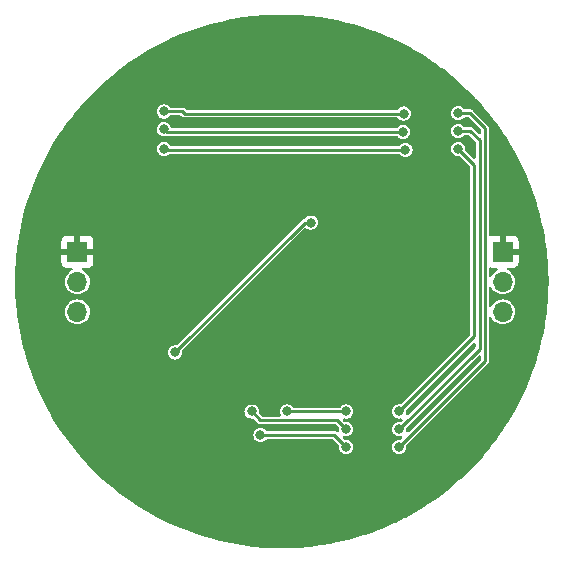
<source format=gbl>
G04 #@! TF.GenerationSoftware,KiCad,Pcbnew,7.0.8*
G04 #@! TF.CreationDate,2023-12-04T02:09:38-07:00*
G04 #@! TF.ProjectId,Lit,4c69742e-6b69-4636-9164-5f7063625858,rev?*
G04 #@! TF.SameCoordinates,Original*
G04 #@! TF.FileFunction,Copper,L2,Bot*
G04 #@! TF.FilePolarity,Positive*
%FSLAX46Y46*%
G04 Gerber Fmt 4.6, Leading zero omitted, Abs format (unit mm)*
G04 Created by KiCad (PCBNEW 7.0.8) date 2023-12-04 02:09:38*
%MOMM*%
%LPD*%
G01*
G04 APERTURE LIST*
G04 #@! TA.AperFunction,ComponentPad*
%ADD10R,1.700000X1.700000*%
G04 #@! TD*
G04 #@! TA.AperFunction,ComponentPad*
%ADD11O,1.700000X1.700000*%
G04 #@! TD*
G04 #@! TA.AperFunction,ViaPad*
%ADD12C,0.800000*%
G04 #@! TD*
G04 #@! TA.AperFunction,Conductor*
%ADD13C,0.250000*%
G04 #@! TD*
G04 APERTURE END LIST*
D10*
X120000000Y-91475000D03*
D11*
X120000000Y-94015000D03*
X120000000Y-96555000D03*
D10*
X156000000Y-91475000D03*
D11*
X156000000Y-94015000D03*
X156000000Y-96555000D03*
D12*
X142750000Y-108000000D03*
X135500000Y-107000000D03*
X142750000Y-105000000D03*
X142750000Y-106500000D03*
X137750000Y-105000000D03*
X134750000Y-105000000D03*
X139750000Y-89000000D03*
X128250000Y-100000000D03*
X147250000Y-108000000D03*
X147250000Y-106500000D03*
X147250000Y-105000000D03*
X152250000Y-82750000D03*
X152250000Y-81250000D03*
X152250000Y-79750000D03*
X127325000Y-82750000D03*
X127325000Y-81100000D03*
X127325000Y-79600000D03*
X147625000Y-79775000D03*
X147575000Y-81325000D03*
X147775000Y-82850000D03*
D13*
X135500000Y-107000000D02*
X141750000Y-107000000D01*
X141750000Y-107000000D02*
X142750000Y-108000000D01*
X142000000Y-105750000D02*
X142750000Y-106500000D01*
X135500000Y-105750000D02*
X142000000Y-105750000D01*
X134750000Y-105000000D02*
X135500000Y-105750000D01*
X137750000Y-105000000D02*
X142750000Y-105000000D01*
X128250000Y-100000000D02*
X139250000Y-89000000D01*
X139250000Y-89000000D02*
X139750000Y-89000000D01*
X127425000Y-82850000D02*
X127325000Y-82750000D01*
X147775000Y-82850000D02*
X127425000Y-82850000D01*
X127550000Y-81325000D02*
X127325000Y-81100000D01*
X147575000Y-81325000D02*
X127550000Y-81325000D01*
X128899695Y-79600000D02*
X127325000Y-79600000D01*
X129074695Y-79775000D02*
X128899695Y-79600000D01*
X147625000Y-79775000D02*
X129074695Y-79775000D01*
X153600000Y-84100000D02*
X152250000Y-82750000D01*
X153600000Y-98650000D02*
X153600000Y-84100000D01*
X147250000Y-105000000D02*
X153600000Y-98650000D01*
X153250000Y-81250000D02*
X152250000Y-81250000D01*
X154050000Y-82050000D02*
X153250000Y-81250000D01*
X154050000Y-99700000D02*
X154050000Y-82050000D01*
X147250000Y-106500000D02*
X154050000Y-99700000D01*
X153250000Y-79750000D02*
X152250000Y-79750000D01*
X154500000Y-100750000D02*
X154500000Y-81000000D01*
X147250000Y-108000000D02*
X154500000Y-100750000D01*
X154500000Y-81000000D02*
X153250000Y-79750000D01*
G04 #@! TA.AperFunction,Conductor*
G36*
X137799785Y-71394574D02*
G01*
X138641327Y-71429845D01*
X138747446Y-71435444D01*
X139580694Y-71505413D01*
X139692548Y-71516058D01*
X140516532Y-71620151D01*
X140633424Y-71636273D01*
X141446958Y-71773872D01*
X141568368Y-71795866D01*
X142370552Y-71966375D01*
X142495807Y-71994567D01*
X143285488Y-72197323D01*
X143414057Y-72232015D01*
X144190270Y-72466367D01*
X144321508Y-72507789D01*
X145083297Y-72773072D01*
X145216543Y-72821393D01*
X145962902Y-73116897D01*
X146097638Y-73172292D01*
X146827488Y-73497242D01*
X146917268Y-73538660D01*
X146963207Y-73559853D01*
X147675648Y-73913512D01*
X147811708Y-73983381D01*
X148130482Y-74158628D01*
X148505780Y-74364949D01*
X148539851Y-74384302D01*
X148641704Y-74442158D01*
X149316472Y-74850811D01*
X149451663Y-74935332D01*
X150106295Y-75370269D01*
X150240195Y-75462054D01*
X150821499Y-75884396D01*
X150873785Y-75922384D01*
X151005928Y-76021404D01*
X151617646Y-76506246D01*
X151747448Y-76612343D01*
X152336467Y-77120770D01*
X152463542Y-77233901D01*
X153029072Y-77764969D01*
X153152887Y-77884930D01*
X153694170Y-78437670D01*
X153759944Y-78507004D01*
X153814283Y-78564285D01*
X154274549Y-79075463D01*
X154330601Y-79137715D01*
X154446586Y-79270794D01*
X154937253Y-79863909D01*
X155048648Y-80003163D01*
X155483048Y-80575464D01*
X155512993Y-80614914D01*
X155617778Y-80757867D01*
X155619439Y-80760132D01*
X155959905Y-81249998D01*
X156056856Y-81389493D01*
X156157957Y-81540371D01*
X156354159Y-81849536D01*
X156554330Y-82164955D01*
X156567841Y-82186244D01*
X156663242Y-82342481D01*
X157045014Y-83003726D01*
X157134435Y-83165090D01*
X157487585Y-83840605D01*
X157570666Y-84006679D01*
X157894730Y-84695350D01*
X157971196Y-84865804D01*
X158265750Y-85566519D01*
X158335309Y-85740917D01*
X158599952Y-86452521D01*
X158662385Y-86630513D01*
X158896748Y-87351807D01*
X158951850Y-87533025D01*
X159155599Y-88262772D01*
X159203198Y-88446866D01*
X159376068Y-89183905D01*
X159415975Y-89370362D01*
X159557740Y-90113520D01*
X159589827Y-90301944D01*
X159700285Y-91049957D01*
X159724453Y-91239982D01*
X159803455Y-91991632D01*
X159819613Y-92182765D01*
X159867058Y-92936897D01*
X159875149Y-93128635D01*
X159892983Y-93980000D01*
X159875149Y-94831364D01*
X159867058Y-95023102D01*
X159819613Y-95777234D01*
X159803455Y-95968367D01*
X159724453Y-96720017D01*
X159700285Y-96910042D01*
X159589827Y-97658055D01*
X159557740Y-97846479D01*
X159415975Y-98589637D01*
X159376068Y-98776094D01*
X159203198Y-99513133D01*
X159155599Y-99697227D01*
X158951850Y-100426974D01*
X158896748Y-100608192D01*
X158662385Y-101329486D01*
X158599952Y-101507478D01*
X158335309Y-102219082D01*
X158265750Y-102393480D01*
X157971196Y-103094195D01*
X157894730Y-103264649D01*
X157570666Y-103953320D01*
X157487585Y-104119394D01*
X157134435Y-104794909D01*
X157045014Y-104956273D01*
X156663242Y-105617518D01*
X156567841Y-105773755D01*
X156157957Y-106419628D01*
X156056856Y-106570506D01*
X155619447Y-107199856D01*
X155513002Y-107345073D01*
X155048648Y-107956836D01*
X154937253Y-108096090D01*
X154446586Y-108689205D01*
X154330601Y-108822284D01*
X153814293Y-109395703D01*
X153694170Y-109522329D01*
X153152887Y-110075069D01*
X153029072Y-110195030D01*
X152463542Y-110726098D01*
X152336481Y-110839218D01*
X151747448Y-111347656D01*
X151617646Y-111453753D01*
X151005912Y-111938608D01*
X150873785Y-112037615D01*
X150240194Y-112497947D01*
X150106294Y-112589731D01*
X149451663Y-113024667D01*
X149316472Y-113109188D01*
X148641704Y-113517841D01*
X148505774Y-113595053D01*
X147811708Y-113976618D01*
X147675648Y-114046487D01*
X146963207Y-114400146D01*
X146827475Y-114462763D01*
X146097646Y-114787704D01*
X145962854Y-114843121D01*
X145216553Y-115138602D01*
X145169350Y-115155721D01*
X145083299Y-115186926D01*
X144321527Y-115452204D01*
X144190240Y-115493641D01*
X143414063Y-115727982D01*
X143285493Y-115762675D01*
X142495809Y-115965431D01*
X142370527Y-115993629D01*
X141568392Y-116164128D01*
X141446964Y-116186126D01*
X140633424Y-116323726D01*
X140516465Y-116339857D01*
X139692573Y-116443938D01*
X139580667Y-116454588D01*
X138747463Y-116524554D01*
X138641279Y-116530156D01*
X137799802Y-116565424D01*
X137699889Y-116566478D01*
X136851233Y-116566478D01*
X136758222Y-116563535D01*
X135903457Y-116527710D01*
X135817859Y-116521382D01*
X134958139Y-116449189D01*
X134880507Y-116440146D01*
X134016921Y-116331050D01*
X133947897Y-116320043D01*
X133081462Y-116173496D01*
X133021676Y-116161358D01*
X132153443Y-115976810D01*
X132147899Y-115975439D01*
X132103400Y-115964431D01*
X131234483Y-115741332D01*
X131211837Y-115734706D01*
X131194655Y-115729679D01*
X130326208Y-115467479D01*
X130297260Y-115457667D01*
X129430192Y-115155721D01*
X129412724Y-115148966D01*
X128548068Y-114806625D01*
X128542451Y-114804176D01*
X127682586Y-114421340D01*
X126835029Y-114000609D01*
X126005834Y-113544755D01*
X125196455Y-113054578D01*
X124408313Y-112530937D01*
X123642790Y-111974752D01*
X122901229Y-111386998D01*
X122184931Y-110768707D01*
X121495153Y-110120962D01*
X120833104Y-109444900D01*
X120199947Y-108741708D01*
X119596792Y-108012618D01*
X119024697Y-107258911D01*
X118484666Y-106481908D01*
X117977646Y-105682972D01*
X117583332Y-105000001D01*
X134144318Y-105000001D01*
X134164955Y-105156760D01*
X134164956Y-105156762D01*
X134225464Y-105302841D01*
X134321718Y-105428282D01*
X134447159Y-105524536D01*
X134593238Y-105585044D01*
X134621548Y-105588771D01*
X134749999Y-105605682D01*
X134750000Y-105605682D01*
X134750001Y-105605682D01*
X134805856Y-105598328D01*
X134817818Y-105596753D01*
X134886853Y-105607518D01*
X134921684Y-105632010D01*
X135157661Y-105867988D01*
X135257868Y-105968195D01*
X135261523Y-105972184D01*
X135287541Y-106003190D01*
X135287543Y-106003191D01*
X135287545Y-106003194D01*
X135322605Y-106023435D01*
X135327159Y-106026337D01*
X135360316Y-106049554D01*
X135360319Y-106049554D01*
X135365176Y-106051820D01*
X135381933Y-106058760D01*
X135386953Y-106060587D01*
X135386955Y-106060588D01*
X135426830Y-106067618D01*
X135432087Y-106068784D01*
X135471193Y-106079263D01*
X135511510Y-106075735D01*
X135516912Y-106075500D01*
X141813812Y-106075500D01*
X141880851Y-106095185D01*
X141901493Y-106111819D01*
X142117988Y-106328314D01*
X142151473Y-106389637D01*
X142153246Y-106432179D01*
X142144318Y-106499997D01*
X142144318Y-106500001D01*
X142161810Y-106632871D01*
X142151044Y-106701907D01*
X142104664Y-106754162D01*
X142037395Y-106773047D01*
X141970594Y-106752566D01*
X141964287Y-106747864D01*
X141927392Y-106726561D01*
X141922831Y-106723655D01*
X141909687Y-106714452D01*
X141889684Y-106700446D01*
X141889681Y-106700445D01*
X141884861Y-106698197D01*
X141868055Y-106691235D01*
X141863043Y-106689411D01*
X141823190Y-106682383D01*
X141817910Y-106681212D01*
X141778808Y-106670735D01*
X141743892Y-106673790D01*
X141738481Y-106674264D01*
X141733078Y-106674500D01*
X136068299Y-106674500D01*
X136001260Y-106654815D01*
X135969923Y-106625986D01*
X135928283Y-106571719D01*
X135834818Y-106500001D01*
X135802841Y-106475464D01*
X135656762Y-106414956D01*
X135656760Y-106414955D01*
X135500001Y-106394318D01*
X135499999Y-106394318D01*
X135343239Y-106414955D01*
X135343237Y-106414956D01*
X135197160Y-106475463D01*
X135071718Y-106571718D01*
X134975463Y-106697160D01*
X134914956Y-106843237D01*
X134914955Y-106843239D01*
X134894318Y-106999998D01*
X134894318Y-107000001D01*
X134914955Y-107156760D01*
X134914956Y-107156762D01*
X134973534Y-107298183D01*
X134975464Y-107302841D01*
X135071718Y-107428282D01*
X135197159Y-107524536D01*
X135343238Y-107585044D01*
X135421619Y-107595363D01*
X135499999Y-107605682D01*
X135500000Y-107605682D01*
X135500001Y-107605682D01*
X135552254Y-107598802D01*
X135656762Y-107585044D01*
X135802841Y-107524536D01*
X135928282Y-107428282D01*
X135969923Y-107374013D01*
X136026351Y-107332811D01*
X136068299Y-107325500D01*
X141563812Y-107325500D01*
X141630851Y-107345185D01*
X141651493Y-107361819D01*
X142117988Y-107828314D01*
X142151473Y-107889637D01*
X142153246Y-107932179D01*
X142144318Y-107999997D01*
X142144318Y-108000001D01*
X142164955Y-108156760D01*
X142164956Y-108156762D01*
X142225464Y-108302841D01*
X142321718Y-108428282D01*
X142447159Y-108524536D01*
X142593238Y-108585044D01*
X142671619Y-108595363D01*
X142749999Y-108605682D01*
X142750000Y-108605682D01*
X142750001Y-108605682D01*
X142802254Y-108598802D01*
X142906762Y-108585044D01*
X143052841Y-108524536D01*
X143178282Y-108428282D01*
X143274536Y-108302841D01*
X143335044Y-108156762D01*
X143355682Y-108000001D01*
X146644318Y-108000001D01*
X146664955Y-108156760D01*
X146664956Y-108156762D01*
X146725464Y-108302841D01*
X146821718Y-108428282D01*
X146947159Y-108524536D01*
X147093238Y-108585044D01*
X147171619Y-108595363D01*
X147249999Y-108605682D01*
X147250000Y-108605682D01*
X147250001Y-108605682D01*
X147302254Y-108598802D01*
X147406762Y-108585044D01*
X147552841Y-108524536D01*
X147678282Y-108428282D01*
X147774536Y-108302841D01*
X147835044Y-108156762D01*
X147855682Y-108000000D01*
X147846753Y-107932179D01*
X147857518Y-107863145D01*
X147882008Y-107828316D01*
X154718210Y-100992115D01*
X154722172Y-100988484D01*
X154753194Y-100962455D01*
X154773444Y-100927379D01*
X154776328Y-100922852D01*
X154799554Y-100889684D01*
X154799554Y-100889681D01*
X154801819Y-100884824D01*
X154808747Y-100868099D01*
X154810587Y-100863046D01*
X154810588Y-100863045D01*
X154817621Y-100823150D01*
X154818777Y-100817937D01*
X154829263Y-100778807D01*
X154825735Y-100738489D01*
X154825500Y-100733086D01*
X154825500Y-97081185D01*
X154845185Y-97014146D01*
X154897989Y-96968391D01*
X154967147Y-96958447D01*
X155030703Y-96987472D01*
X155058857Y-97022730D01*
X155122315Y-97141450D01*
X155122317Y-97141452D01*
X155253589Y-97301410D01*
X155350209Y-97380702D01*
X155413550Y-97432685D01*
X155596046Y-97530232D01*
X155794066Y-97590300D01*
X155794065Y-97590300D01*
X155812529Y-97592118D01*
X156000000Y-97610583D01*
X156205934Y-97590300D01*
X156403954Y-97530232D01*
X156586450Y-97432685D01*
X156746410Y-97301410D01*
X156877685Y-97141450D01*
X156975232Y-96958954D01*
X157035300Y-96760934D01*
X157055583Y-96555000D01*
X157035300Y-96349066D01*
X156975232Y-96151046D01*
X156877685Y-95968550D01*
X156797547Y-95870901D01*
X156746410Y-95808589D01*
X156586452Y-95677317D01*
X156586453Y-95677317D01*
X156586450Y-95677315D01*
X156403954Y-95579768D01*
X156205934Y-95519700D01*
X156205932Y-95519699D01*
X156205934Y-95519699D01*
X156000000Y-95499417D01*
X155794067Y-95519699D01*
X155596043Y-95579769D01*
X155485898Y-95638643D01*
X155413550Y-95677315D01*
X155413548Y-95677316D01*
X155413547Y-95677317D01*
X155253589Y-95808589D01*
X155122317Y-95968547D01*
X155058858Y-96087268D01*
X155009895Y-96137112D01*
X154941757Y-96152572D01*
X154876078Y-96128740D01*
X154833709Y-96073182D01*
X154825500Y-96028814D01*
X154825500Y-94541185D01*
X154845185Y-94474146D01*
X154897989Y-94428391D01*
X154967147Y-94418447D01*
X155030703Y-94447472D01*
X155058857Y-94482730D01*
X155122315Y-94601450D01*
X155122317Y-94601452D01*
X155253589Y-94761410D01*
X155338830Y-94831364D01*
X155413550Y-94892685D01*
X155596046Y-94990232D01*
X155794066Y-95050300D01*
X155794065Y-95050300D01*
X155812529Y-95052118D01*
X156000000Y-95070583D01*
X156205934Y-95050300D01*
X156403954Y-94990232D01*
X156586450Y-94892685D01*
X156746410Y-94761410D01*
X156877685Y-94601450D01*
X156975232Y-94418954D01*
X157035300Y-94220934D01*
X157055583Y-94015000D01*
X157035300Y-93809066D01*
X156975232Y-93611046D01*
X156877685Y-93428550D01*
X156825702Y-93365209D01*
X156746410Y-93268589D01*
X156586452Y-93137317D01*
X156586453Y-93137317D01*
X156586450Y-93137315D01*
X156438732Y-93058357D01*
X156388889Y-93009395D01*
X156373429Y-92941257D01*
X156397261Y-92875578D01*
X156452819Y-92833209D01*
X156497187Y-92825000D01*
X156897828Y-92825000D01*
X156897844Y-92824999D01*
X156957372Y-92818598D01*
X156957379Y-92818596D01*
X157092086Y-92768354D01*
X157092093Y-92768350D01*
X157207187Y-92682190D01*
X157207190Y-92682187D01*
X157293350Y-92567093D01*
X157293354Y-92567086D01*
X157343596Y-92432379D01*
X157343598Y-92432372D01*
X157349999Y-92372844D01*
X157350000Y-92372827D01*
X157350000Y-91725000D01*
X156433686Y-91725000D01*
X156459493Y-91684844D01*
X156500000Y-91546889D01*
X156500000Y-91403111D01*
X156459493Y-91265156D01*
X156433686Y-91225000D01*
X157350000Y-91225000D01*
X157350000Y-90577172D01*
X157349999Y-90577155D01*
X157343598Y-90517627D01*
X157343596Y-90517620D01*
X157293354Y-90382913D01*
X157293350Y-90382906D01*
X157207190Y-90267812D01*
X157207187Y-90267809D01*
X157092093Y-90181649D01*
X157092086Y-90181645D01*
X156957379Y-90131403D01*
X156957372Y-90131401D01*
X156897844Y-90125000D01*
X156250000Y-90125000D01*
X156250000Y-91039498D01*
X156142315Y-90990320D01*
X156035763Y-90975000D01*
X155964237Y-90975000D01*
X155857685Y-90990320D01*
X155750000Y-91039498D01*
X155750000Y-90125000D01*
X155102155Y-90125000D01*
X155042627Y-90131401D01*
X155042616Y-90131404D01*
X154992832Y-90149972D01*
X154923140Y-90154956D01*
X154861818Y-90121470D01*
X154828333Y-90060146D01*
X154825500Y-90033790D01*
X154825500Y-81016920D01*
X154825736Y-81011513D01*
X154829264Y-80971193D01*
X154823849Y-80950986D01*
X154818782Y-80932076D01*
X154817616Y-80926818D01*
X154810588Y-80886955D01*
X154810586Y-80886952D01*
X154810586Y-80886950D01*
X154808760Y-80881933D01*
X154801820Y-80865176D01*
X154799554Y-80860319D01*
X154799554Y-80860316D01*
X154776339Y-80827162D01*
X154773433Y-80822599D01*
X154753196Y-80787548D01*
X154753195Y-80787547D01*
X154753194Y-80787545D01*
X154722177Y-80761518D01*
X154718193Y-80757867D01*
X154109340Y-80149014D01*
X153492119Y-79531793D01*
X153488474Y-79527814D01*
X153462456Y-79496807D01*
X153462455Y-79496806D01*
X153451058Y-79490226D01*
X153427392Y-79476561D01*
X153422831Y-79473655D01*
X153409687Y-79464452D01*
X153389684Y-79450446D01*
X153389681Y-79450445D01*
X153384861Y-79448197D01*
X153368055Y-79441235D01*
X153363043Y-79439411D01*
X153323190Y-79432383D01*
X153317910Y-79431212D01*
X153278808Y-79420735D01*
X153243892Y-79423790D01*
X153238481Y-79424264D01*
X153233078Y-79424500D01*
X152818299Y-79424500D01*
X152751260Y-79404815D01*
X152719923Y-79375986D01*
X152678283Y-79321719D01*
X152678282Y-79321718D01*
X152552841Y-79225464D01*
X152535526Y-79218292D01*
X152406762Y-79164956D01*
X152406760Y-79164955D01*
X152250001Y-79144318D01*
X152249999Y-79144318D01*
X152093239Y-79164955D01*
X152093237Y-79164956D01*
X151947160Y-79225463D01*
X151821718Y-79321718D01*
X151725463Y-79447160D01*
X151664956Y-79593237D01*
X151664955Y-79593239D01*
X151644318Y-79749998D01*
X151644318Y-79750001D01*
X151664955Y-79906760D01*
X151664956Y-79906762D01*
X151715253Y-80028191D01*
X151725464Y-80052841D01*
X151821718Y-80178282D01*
X151947159Y-80274536D01*
X152093238Y-80335044D01*
X152171619Y-80345363D01*
X152249999Y-80355682D01*
X152250000Y-80355682D01*
X152250001Y-80355682D01*
X152302254Y-80348802D01*
X152406762Y-80335044D01*
X152552841Y-80274536D01*
X152678282Y-80178282D01*
X152719923Y-80124013D01*
X152776351Y-80082811D01*
X152818299Y-80075500D01*
X153063812Y-80075500D01*
X153130851Y-80095185D01*
X153151493Y-80111819D01*
X154138181Y-81098507D01*
X154171666Y-81159830D01*
X154174500Y-81186188D01*
X154174500Y-81414812D01*
X154154815Y-81481851D01*
X154102011Y-81527606D01*
X154032853Y-81537550D01*
X153969297Y-81508525D01*
X153962819Y-81502493D01*
X153785324Y-81324998D01*
X153492119Y-81031793D01*
X153488474Y-81027814D01*
X153462456Y-80996807D01*
X153462455Y-80996806D01*
X153451058Y-80990226D01*
X153427392Y-80976561D01*
X153422831Y-80973655D01*
X153409687Y-80964452D01*
X153389684Y-80950446D01*
X153389681Y-80950445D01*
X153384861Y-80948197D01*
X153368055Y-80941235D01*
X153363043Y-80939411D01*
X153323190Y-80932383D01*
X153317910Y-80931212D01*
X153278808Y-80920735D01*
X153243892Y-80923790D01*
X153238481Y-80924264D01*
X153233078Y-80924500D01*
X152818299Y-80924500D01*
X152751260Y-80904815D01*
X152719923Y-80875986D01*
X152678283Y-80821719D01*
X152650583Y-80800464D01*
X152552841Y-80725464D01*
X152538003Y-80719318D01*
X152406762Y-80664956D01*
X152406760Y-80664955D01*
X152250001Y-80644318D01*
X152249999Y-80644318D01*
X152093239Y-80664955D01*
X152093237Y-80664956D01*
X151947160Y-80725463D01*
X151821718Y-80821718D01*
X151725463Y-80947160D01*
X151664956Y-81093237D01*
X151664955Y-81093239D01*
X151644318Y-81249998D01*
X151644318Y-81250001D01*
X151664955Y-81406760D01*
X151664956Y-81406762D01*
X151725464Y-81552841D01*
X151821718Y-81678282D01*
X151947159Y-81774536D01*
X152093238Y-81835044D01*
X152171619Y-81845363D01*
X152249999Y-81855682D01*
X152250000Y-81855682D01*
X152250001Y-81855682D01*
X152302254Y-81848802D01*
X152406762Y-81835044D01*
X152552841Y-81774536D01*
X152678282Y-81678282D01*
X152719923Y-81624013D01*
X152776351Y-81582811D01*
X152818299Y-81575500D01*
X153063812Y-81575500D01*
X153130851Y-81595185D01*
X153151493Y-81611819D01*
X153688181Y-82148507D01*
X153721666Y-82209830D01*
X153724500Y-82236188D01*
X153724500Y-83464811D01*
X153704815Y-83531850D01*
X153652011Y-83577605D01*
X153582853Y-83587549D01*
X153519297Y-83558524D01*
X153512819Y-83552492D01*
X152882011Y-82921685D01*
X152848526Y-82860362D01*
X152846753Y-82817818D01*
X152855682Y-82750000D01*
X152855682Y-82749998D01*
X152835044Y-82593239D01*
X152835044Y-82593238D01*
X152774536Y-82447159D01*
X152678282Y-82321718D01*
X152552841Y-82225464D01*
X152515097Y-82209830D01*
X152406762Y-82164956D01*
X152406760Y-82164955D01*
X152250001Y-82144318D01*
X152249999Y-82144318D01*
X152093239Y-82164955D01*
X152093237Y-82164956D01*
X151947160Y-82225463D01*
X151821718Y-82321718D01*
X151725463Y-82447160D01*
X151664956Y-82593237D01*
X151664955Y-82593239D01*
X151644318Y-82749998D01*
X151644318Y-82750001D01*
X151664955Y-82906760D01*
X151664956Y-82906762D01*
X151706376Y-83006760D01*
X151725464Y-83052841D01*
X151821718Y-83178282D01*
X151947159Y-83274536D01*
X152093238Y-83335044D01*
X152121548Y-83338771D01*
X152249999Y-83355682D01*
X152250000Y-83355682D01*
X152250001Y-83355682D01*
X152285708Y-83350980D01*
X152317818Y-83346753D01*
X152386853Y-83357518D01*
X152421685Y-83382011D01*
X153238181Y-84198507D01*
X153271666Y-84259830D01*
X153274500Y-84286188D01*
X153274500Y-98463811D01*
X153254815Y-98530850D01*
X153238181Y-98551492D01*
X147421684Y-104367988D01*
X147360361Y-104401473D01*
X147317818Y-104403246D01*
X147250001Y-104394318D01*
X147249999Y-104394318D01*
X147093239Y-104414955D01*
X147093237Y-104414956D01*
X146947160Y-104475463D01*
X146821718Y-104571718D01*
X146725463Y-104697160D01*
X146664956Y-104843237D01*
X146664955Y-104843239D01*
X146644318Y-104999998D01*
X146644318Y-105000001D01*
X146664955Y-105156760D01*
X146664956Y-105156762D01*
X146725464Y-105302841D01*
X146821718Y-105428282D01*
X146947159Y-105524536D01*
X147093238Y-105585044D01*
X147121548Y-105588771D01*
X147249999Y-105605682D01*
X147250000Y-105605682D01*
X147387624Y-105587563D01*
X147456657Y-105598328D01*
X147508913Y-105644708D01*
X147527799Y-105711977D01*
X147507319Y-105778778D01*
X147491489Y-105798183D01*
X147421684Y-105867988D01*
X147360361Y-105901473D01*
X147317818Y-105903246D01*
X147250001Y-105894318D01*
X147249999Y-105894318D01*
X147093239Y-105914955D01*
X147093237Y-105914956D01*
X146947160Y-105975463D01*
X146821718Y-106071718D01*
X146725463Y-106197160D01*
X146664956Y-106343237D01*
X146664955Y-106343239D01*
X146644318Y-106499998D01*
X146644318Y-106500001D01*
X146664955Y-106656760D01*
X146664956Y-106656762D01*
X146702253Y-106746806D01*
X146725464Y-106802841D01*
X146821718Y-106928282D01*
X146947159Y-107024536D01*
X147093238Y-107085044D01*
X147171619Y-107095363D01*
X147249999Y-107105682D01*
X147250000Y-107105682D01*
X147387624Y-107087563D01*
X147456657Y-107098328D01*
X147508913Y-107144708D01*
X147527799Y-107211977D01*
X147507319Y-107278778D01*
X147491489Y-107298183D01*
X147421684Y-107367988D01*
X147360361Y-107401473D01*
X147317818Y-107403246D01*
X147250001Y-107394318D01*
X147249999Y-107394318D01*
X147093239Y-107414955D01*
X147093237Y-107414956D01*
X146947160Y-107475463D01*
X146821718Y-107571718D01*
X146725463Y-107697160D01*
X146664956Y-107843237D01*
X146664955Y-107843239D01*
X146644318Y-107999998D01*
X146644318Y-108000001D01*
X143355682Y-108000001D01*
X143355682Y-108000000D01*
X143349999Y-107956836D01*
X143341923Y-107895492D01*
X143335044Y-107843238D01*
X143274536Y-107697159D01*
X143178282Y-107571718D01*
X143052841Y-107475464D01*
X142906762Y-107414956D01*
X142906760Y-107414955D01*
X142750001Y-107394318D01*
X142749997Y-107394318D01*
X142682179Y-107403246D01*
X142613144Y-107392480D01*
X142578314Y-107367988D01*
X142508509Y-107298183D01*
X142475024Y-107236860D01*
X142480008Y-107167168D01*
X142521880Y-107111235D01*
X142587344Y-107086818D01*
X142612370Y-107087562D01*
X142750000Y-107105682D01*
X142750001Y-107105682D01*
X142805859Y-107098328D01*
X142906762Y-107085044D01*
X143052841Y-107024536D01*
X143178282Y-106928282D01*
X143274536Y-106802841D01*
X143335044Y-106656762D01*
X143355682Y-106500000D01*
X143335044Y-106343238D01*
X143274536Y-106197159D01*
X143178282Y-106071718D01*
X143052841Y-105975464D01*
X143044922Y-105972184D01*
X142906762Y-105914956D01*
X142906760Y-105914955D01*
X142750001Y-105894318D01*
X142749997Y-105894318D01*
X142682179Y-105903246D01*
X142613144Y-105892480D01*
X142578314Y-105867988D01*
X142508509Y-105798183D01*
X142475024Y-105736860D01*
X142480008Y-105667168D01*
X142521880Y-105611235D01*
X142587344Y-105586818D01*
X142612370Y-105587562D01*
X142750000Y-105605682D01*
X142750001Y-105605682D01*
X142817823Y-105596753D01*
X142906762Y-105585044D01*
X143052841Y-105524536D01*
X143178282Y-105428282D01*
X143274536Y-105302841D01*
X143335044Y-105156762D01*
X143355682Y-105000000D01*
X143335044Y-104843238D01*
X143274536Y-104697159D01*
X143178282Y-104571718D01*
X143052841Y-104475464D01*
X142906762Y-104414956D01*
X142906760Y-104414955D01*
X142750001Y-104394318D01*
X142749999Y-104394318D01*
X142593239Y-104414955D01*
X142593237Y-104414956D01*
X142447160Y-104475463D01*
X142321716Y-104571719D01*
X142280077Y-104625986D01*
X142223649Y-104667189D01*
X142181701Y-104674500D01*
X138318299Y-104674500D01*
X138251260Y-104654815D01*
X138219923Y-104625986D01*
X138178283Y-104571719D01*
X138178282Y-104571718D01*
X138052841Y-104475464D01*
X137906762Y-104414956D01*
X137906760Y-104414955D01*
X137750001Y-104394318D01*
X137749999Y-104394318D01*
X137593239Y-104414955D01*
X137593237Y-104414956D01*
X137447160Y-104475463D01*
X137321718Y-104571718D01*
X137225463Y-104697160D01*
X137164956Y-104843237D01*
X137164955Y-104843239D01*
X137144318Y-104999998D01*
X137144318Y-105000001D01*
X137164955Y-105156760D01*
X137164956Y-105156762D01*
X137204839Y-105253047D01*
X137212308Y-105322516D01*
X137181033Y-105384996D01*
X137120944Y-105420648D01*
X137090278Y-105424500D01*
X135686189Y-105424500D01*
X135619150Y-105404815D01*
X135598508Y-105388181D01*
X135382011Y-105171685D01*
X135348526Y-105110362D01*
X135346753Y-105067818D01*
X135355682Y-105000000D01*
X135355682Y-104999998D01*
X135335044Y-104843239D01*
X135335044Y-104843238D01*
X135274536Y-104697159D01*
X135178282Y-104571718D01*
X135052841Y-104475464D01*
X134906762Y-104414956D01*
X134906760Y-104414955D01*
X134750001Y-104394318D01*
X134749999Y-104394318D01*
X134593239Y-104414955D01*
X134593237Y-104414956D01*
X134447160Y-104475463D01*
X134321718Y-104571718D01*
X134225463Y-104697160D01*
X134164956Y-104843237D01*
X134164955Y-104843239D01*
X134144318Y-104999998D01*
X134144318Y-105000001D01*
X117583332Y-105000001D01*
X117504526Y-104863506D01*
X117066138Y-104024946D01*
X116663249Y-103168764D01*
X116296567Y-102296461D01*
X115966735Y-101409569D01*
X115674331Y-100509642D01*
X115532036Y-100000001D01*
X127644318Y-100000001D01*
X127664955Y-100156760D01*
X127664956Y-100156762D01*
X127725464Y-100302841D01*
X127821718Y-100428282D01*
X127947159Y-100524536D01*
X128093238Y-100585044D01*
X128171619Y-100595363D01*
X128249999Y-100605682D01*
X128250000Y-100605682D01*
X128250001Y-100605682D01*
X128302254Y-100598802D01*
X128406762Y-100585044D01*
X128552841Y-100524536D01*
X128678282Y-100428282D01*
X128774536Y-100302841D01*
X128835044Y-100156762D01*
X128855682Y-100000000D01*
X128846753Y-99932180D01*
X128857518Y-99863145D01*
X128882008Y-99828316D01*
X139222376Y-89487949D01*
X139283697Y-89454466D01*
X139353389Y-89459450D01*
X139385541Y-89477256D01*
X139447157Y-89524535D01*
X139447158Y-89524535D01*
X139447159Y-89524536D01*
X139593238Y-89585044D01*
X139671619Y-89595363D01*
X139749999Y-89605682D01*
X139750000Y-89605682D01*
X139750001Y-89605682D01*
X139802254Y-89598802D01*
X139906762Y-89585044D01*
X140052841Y-89524536D01*
X140178282Y-89428282D01*
X140274536Y-89302841D01*
X140335044Y-89156762D01*
X140355682Y-89000000D01*
X140335044Y-88843238D01*
X140274536Y-88697159D01*
X140178282Y-88571718D01*
X140052841Y-88475464D01*
X139983799Y-88446866D01*
X139906762Y-88414956D01*
X139906760Y-88414955D01*
X139750001Y-88394318D01*
X139749999Y-88394318D01*
X139593239Y-88414955D01*
X139593237Y-88414956D01*
X139447160Y-88475463D01*
X139321715Y-88571720D01*
X139277714Y-88629064D01*
X139221286Y-88670267D01*
X139211430Y-88673352D01*
X139182098Y-88681211D01*
X139176818Y-88682382D01*
X139136954Y-88689412D01*
X139131962Y-88691229D01*
X139115117Y-88698206D01*
X139110313Y-88700446D01*
X139077163Y-88723658D01*
X139072602Y-88726564D01*
X139037548Y-88746804D01*
X139037545Y-88746806D01*
X139037543Y-88746807D01*
X139037542Y-88746809D01*
X139011523Y-88777815D01*
X139007869Y-88781803D01*
X128421684Y-99367988D01*
X128360361Y-99401473D01*
X128317818Y-99403246D01*
X128250001Y-99394318D01*
X128249999Y-99394318D01*
X128093239Y-99414955D01*
X128093237Y-99414956D01*
X127947160Y-99475463D01*
X127821718Y-99571718D01*
X127725463Y-99697160D01*
X127664956Y-99843237D01*
X127664955Y-99843239D01*
X127644318Y-99999998D01*
X127644318Y-100000001D01*
X115532036Y-100000001D01*
X115419868Y-99598261D01*
X115203794Y-98677023D01*
X115026487Y-97747545D01*
X114888257Y-96811457D01*
X114861302Y-96555000D01*
X118944417Y-96555000D01*
X118964699Y-96760932D01*
X118964700Y-96760934D01*
X119024768Y-96958954D01*
X119122315Y-97141450D01*
X119122317Y-97141452D01*
X119253589Y-97301410D01*
X119350209Y-97380702D01*
X119413550Y-97432685D01*
X119596046Y-97530232D01*
X119794066Y-97590300D01*
X119794065Y-97590300D01*
X119812529Y-97592118D01*
X120000000Y-97610583D01*
X120205934Y-97590300D01*
X120403954Y-97530232D01*
X120586450Y-97432685D01*
X120746410Y-97301410D01*
X120877685Y-97141450D01*
X120975232Y-96958954D01*
X121035300Y-96760934D01*
X121055583Y-96555000D01*
X121035300Y-96349066D01*
X120975232Y-96151046D01*
X120877685Y-95968550D01*
X120797547Y-95870901D01*
X120746410Y-95808589D01*
X120586452Y-95677317D01*
X120586453Y-95677317D01*
X120586450Y-95677315D01*
X120403954Y-95579768D01*
X120205934Y-95519700D01*
X120205932Y-95519699D01*
X120205934Y-95519699D01*
X120000000Y-95499417D01*
X119794067Y-95519699D01*
X119596043Y-95579769D01*
X119485898Y-95638643D01*
X119413550Y-95677315D01*
X119413548Y-95677316D01*
X119413547Y-95677317D01*
X119253589Y-95808589D01*
X119122317Y-95968547D01*
X119024769Y-96151043D01*
X118964699Y-96349067D01*
X118944417Y-96555000D01*
X114861302Y-96555000D01*
X114789348Y-95870402D01*
X114729934Y-94926031D01*
X114710117Y-93980000D01*
X114729934Y-93033969D01*
X114771528Y-92372844D01*
X118650000Y-92372844D01*
X118656401Y-92432372D01*
X118656403Y-92432379D01*
X118706645Y-92567086D01*
X118706649Y-92567093D01*
X118792809Y-92682187D01*
X118792812Y-92682190D01*
X118907906Y-92768350D01*
X118907913Y-92768354D01*
X119042620Y-92818596D01*
X119042627Y-92818598D01*
X119102155Y-92824999D01*
X119102172Y-92825000D01*
X119502813Y-92825000D01*
X119569852Y-92844685D01*
X119615607Y-92897489D01*
X119625551Y-92966647D01*
X119596526Y-93030203D01*
X119561267Y-93058357D01*
X119413550Y-93137315D01*
X119413548Y-93137316D01*
X119413547Y-93137317D01*
X119253589Y-93268589D01*
X119122317Y-93428547D01*
X119024769Y-93611043D01*
X118964699Y-93809067D01*
X118944417Y-94015000D01*
X118964699Y-94220932D01*
X118964700Y-94220934D01*
X119024768Y-94418954D01*
X119122315Y-94601450D01*
X119122317Y-94601452D01*
X119253589Y-94761410D01*
X119338830Y-94831364D01*
X119413550Y-94892685D01*
X119596046Y-94990232D01*
X119794066Y-95050300D01*
X119794065Y-95050300D01*
X119812529Y-95052118D01*
X120000000Y-95070583D01*
X120205934Y-95050300D01*
X120403954Y-94990232D01*
X120586450Y-94892685D01*
X120746410Y-94761410D01*
X120877685Y-94601450D01*
X120975232Y-94418954D01*
X121035300Y-94220934D01*
X121055583Y-94015000D01*
X121035300Y-93809066D01*
X120975232Y-93611046D01*
X120877685Y-93428550D01*
X120825702Y-93365209D01*
X120746410Y-93268589D01*
X120586452Y-93137317D01*
X120586453Y-93137317D01*
X120586450Y-93137315D01*
X120438732Y-93058357D01*
X120388889Y-93009395D01*
X120373429Y-92941257D01*
X120397261Y-92875578D01*
X120452819Y-92833209D01*
X120497187Y-92825000D01*
X120897828Y-92825000D01*
X120897844Y-92824999D01*
X120957372Y-92818598D01*
X120957379Y-92818596D01*
X121092086Y-92768354D01*
X121092093Y-92768350D01*
X121207187Y-92682190D01*
X121207190Y-92682187D01*
X121293350Y-92567093D01*
X121293354Y-92567086D01*
X121343596Y-92432379D01*
X121343598Y-92432372D01*
X121349999Y-92372844D01*
X121350000Y-92372827D01*
X121350000Y-91725000D01*
X120433686Y-91725000D01*
X120459493Y-91684844D01*
X120500000Y-91546889D01*
X120500000Y-91403111D01*
X120459493Y-91265156D01*
X120433686Y-91225000D01*
X121350000Y-91225000D01*
X121350000Y-90577172D01*
X121349999Y-90577155D01*
X121343598Y-90517627D01*
X121343596Y-90517620D01*
X121293354Y-90382913D01*
X121293350Y-90382906D01*
X121207190Y-90267812D01*
X121207187Y-90267809D01*
X121092093Y-90181649D01*
X121092086Y-90181645D01*
X120957379Y-90131403D01*
X120957372Y-90131401D01*
X120897844Y-90125000D01*
X120250000Y-90125000D01*
X120250000Y-91039498D01*
X120142315Y-90990320D01*
X120035763Y-90975000D01*
X119964237Y-90975000D01*
X119857685Y-90990320D01*
X119750000Y-91039498D01*
X119750000Y-90125000D01*
X119102155Y-90125000D01*
X119042627Y-90131401D01*
X119042620Y-90131403D01*
X118907913Y-90181645D01*
X118907906Y-90181649D01*
X118792812Y-90267809D01*
X118792809Y-90267812D01*
X118706649Y-90382906D01*
X118706645Y-90382913D01*
X118656403Y-90517620D01*
X118656401Y-90517627D01*
X118650000Y-90577155D01*
X118650000Y-91225000D01*
X119566314Y-91225000D01*
X119540507Y-91265156D01*
X119500000Y-91403111D01*
X119500000Y-91546889D01*
X119540507Y-91684844D01*
X119566314Y-91725000D01*
X118650000Y-91725000D01*
X118650000Y-92372844D01*
X114771528Y-92372844D01*
X114789348Y-92089598D01*
X114888257Y-91148543D01*
X115026487Y-90212455D01*
X115203794Y-89282977D01*
X115419868Y-88361739D01*
X115674331Y-87450358D01*
X115966735Y-86550431D01*
X116296567Y-85663539D01*
X116663249Y-84791236D01*
X117066138Y-83935054D01*
X117504526Y-83096494D01*
X117704574Y-82750001D01*
X126719318Y-82750001D01*
X126739955Y-82906760D01*
X126739956Y-82906762D01*
X126781376Y-83006760D01*
X126800464Y-83052841D01*
X126896718Y-83178282D01*
X127022159Y-83274536D01*
X127168238Y-83335044D01*
X127196548Y-83338771D01*
X127324999Y-83355682D01*
X127325000Y-83355682D01*
X127325001Y-83355682D01*
X127392823Y-83346753D01*
X127481762Y-83335044D01*
X127627841Y-83274536D01*
X127645328Y-83261117D01*
X127723515Y-83201124D01*
X127788685Y-83175930D01*
X127799001Y-83175500D01*
X147206701Y-83175500D01*
X147273740Y-83195185D01*
X147305077Y-83224014D01*
X147343843Y-83274536D01*
X147346718Y-83278282D01*
X147472159Y-83374536D01*
X147618238Y-83435044D01*
X147696619Y-83445363D01*
X147774999Y-83455682D01*
X147775000Y-83455682D01*
X147775001Y-83455682D01*
X147827254Y-83448802D01*
X147931762Y-83435044D01*
X148077841Y-83374536D01*
X148203282Y-83278282D01*
X148299536Y-83152841D01*
X148360044Y-83006762D01*
X148380682Y-82850000D01*
X148360044Y-82693238D01*
X148299536Y-82547159D01*
X148203282Y-82421718D01*
X148077841Y-82325464D01*
X148068797Y-82321718D01*
X147931762Y-82264956D01*
X147931760Y-82264955D01*
X147775001Y-82244318D01*
X147774999Y-82244318D01*
X147618239Y-82264955D01*
X147618237Y-82264956D01*
X147472160Y-82325463D01*
X147346716Y-82421719D01*
X147305077Y-82475986D01*
X147248649Y-82517189D01*
X147206701Y-82524500D01*
X127964426Y-82524500D01*
X127897387Y-82504815D01*
X127851632Y-82452011D01*
X127849864Y-82447950D01*
X127849537Y-82447161D01*
X127849535Y-82447158D01*
X127753283Y-82321719D01*
X127753282Y-82321718D01*
X127627841Y-82225464D01*
X127590097Y-82209830D01*
X127481762Y-82164956D01*
X127481760Y-82164955D01*
X127325001Y-82144318D01*
X127324999Y-82144318D01*
X127168239Y-82164955D01*
X127168237Y-82164956D01*
X127022160Y-82225463D01*
X126896718Y-82321718D01*
X126800463Y-82447160D01*
X126739956Y-82593237D01*
X126739955Y-82593239D01*
X126719318Y-82749998D01*
X126719318Y-82750001D01*
X117704574Y-82750001D01*
X117977646Y-82277028D01*
X118484666Y-81478092D01*
X118747446Y-81100001D01*
X126719318Y-81100001D01*
X126739955Y-81256760D01*
X126739956Y-81256762D01*
X126768221Y-81325001D01*
X126800464Y-81402841D01*
X126896718Y-81528282D01*
X127022159Y-81624536D01*
X127168238Y-81685044D01*
X127246619Y-81695363D01*
X127324999Y-81705682D01*
X127325000Y-81705682D01*
X127325001Y-81705682D01*
X127377254Y-81698802D01*
X127481762Y-81685044D01*
X127542370Y-81659938D01*
X127589823Y-81650500D01*
X147006701Y-81650500D01*
X147073740Y-81670185D01*
X147105077Y-81699014D01*
X147116709Y-81714174D01*
X147146718Y-81753282D01*
X147272159Y-81849536D01*
X147418238Y-81910044D01*
X147496619Y-81920363D01*
X147574999Y-81930682D01*
X147575000Y-81930682D01*
X147575001Y-81930682D01*
X147627254Y-81923802D01*
X147731762Y-81910044D01*
X147877841Y-81849536D01*
X148003282Y-81753282D01*
X148099536Y-81627841D01*
X148160044Y-81481762D01*
X148180682Y-81325000D01*
X148160044Y-81168238D01*
X148099536Y-81022159D01*
X148003282Y-80896718D01*
X147877841Y-80800464D01*
X147869864Y-80797160D01*
X147731762Y-80739956D01*
X147731760Y-80739955D01*
X147575001Y-80719318D01*
X147574999Y-80719318D01*
X147418239Y-80739955D01*
X147418237Y-80739956D01*
X147272160Y-80800463D01*
X147146716Y-80896719D01*
X147105077Y-80950986D01*
X147048649Y-80992189D01*
X147006701Y-80999500D01*
X128016202Y-80999500D01*
X127949163Y-80979815D01*
X127903408Y-80927011D01*
X127901641Y-80922952D01*
X127894128Y-80904815D01*
X127849536Y-80797159D01*
X127753282Y-80671718D01*
X127627841Y-80575464D01*
X127481762Y-80514956D01*
X127481760Y-80514955D01*
X127325001Y-80494318D01*
X127324999Y-80494318D01*
X127168239Y-80514955D01*
X127168237Y-80514956D01*
X127022160Y-80575463D01*
X126896718Y-80671718D01*
X126800463Y-80797160D01*
X126739956Y-80943237D01*
X126739955Y-80943239D01*
X126719318Y-81099998D01*
X126719318Y-81100001D01*
X118747446Y-81100001D01*
X119024697Y-80701089D01*
X119596792Y-79947382D01*
X119884170Y-79600001D01*
X126719318Y-79600001D01*
X126739955Y-79756760D01*
X126739956Y-79756762D01*
X126800464Y-79902841D01*
X126896718Y-80028282D01*
X127022159Y-80124536D01*
X127168238Y-80185044D01*
X127246619Y-80195363D01*
X127324999Y-80205682D01*
X127325000Y-80205682D01*
X127325001Y-80205682D01*
X127377254Y-80198802D01*
X127481762Y-80185044D01*
X127627841Y-80124536D01*
X127753282Y-80028282D01*
X127794923Y-79974013D01*
X127851351Y-79932811D01*
X127893299Y-79925500D01*
X128713506Y-79925500D01*
X128780545Y-79945185D01*
X128801187Y-79961819D01*
X128832568Y-79993200D01*
X128836219Y-79997184D01*
X128862240Y-80028194D01*
X128897300Y-80048435D01*
X128901854Y-80051337D01*
X128935011Y-80074554D01*
X128935014Y-80074554D01*
X128939871Y-80076820D01*
X128956628Y-80083760D01*
X128961648Y-80085587D01*
X128961650Y-80085588D01*
X129001525Y-80092618D01*
X129006782Y-80093784D01*
X129045888Y-80104263D01*
X129086205Y-80100735D01*
X129091607Y-80100500D01*
X147056701Y-80100500D01*
X147123740Y-80120185D01*
X147155077Y-80149014D01*
X147182723Y-80185044D01*
X147196718Y-80203282D01*
X147322159Y-80299536D01*
X147468238Y-80360044D01*
X147546619Y-80370363D01*
X147624999Y-80380682D01*
X147625000Y-80380682D01*
X147625001Y-80380682D01*
X147677254Y-80373802D01*
X147781762Y-80360044D01*
X147927841Y-80299536D01*
X148053282Y-80203282D01*
X148149536Y-80077841D01*
X148210044Y-79931762D01*
X148230682Y-79775000D01*
X148227390Y-79749998D01*
X148210044Y-79618239D01*
X148210044Y-79618238D01*
X148149536Y-79472159D01*
X148053282Y-79346718D01*
X147927841Y-79250464D01*
X147867483Y-79225463D01*
X147781762Y-79189956D01*
X147781760Y-79189955D01*
X147625001Y-79169318D01*
X147624999Y-79169318D01*
X147468239Y-79189955D01*
X147468237Y-79189956D01*
X147322160Y-79250463D01*
X147196716Y-79346719D01*
X147155077Y-79400986D01*
X147098649Y-79442189D01*
X147056701Y-79449500D01*
X129260883Y-79449500D01*
X129193844Y-79429815D01*
X129173202Y-79413181D01*
X129161007Y-79400986D01*
X129141812Y-79381791D01*
X129138173Y-79377820D01*
X129112150Y-79346806D01*
X129106892Y-79343770D01*
X129077087Y-79326561D01*
X129072526Y-79323655D01*
X129059382Y-79314452D01*
X129039379Y-79300446D01*
X129039376Y-79300445D01*
X129034556Y-79298197D01*
X129017750Y-79291235D01*
X129012738Y-79289411D01*
X128972885Y-79282383D01*
X128967605Y-79281212D01*
X128928503Y-79270735D01*
X128893587Y-79273790D01*
X128888176Y-79274264D01*
X128882773Y-79274500D01*
X127893299Y-79274500D01*
X127826260Y-79254815D01*
X127794923Y-79225986D01*
X127794522Y-79225464D01*
X127783451Y-79211035D01*
X127753283Y-79171719D01*
X127750154Y-79169318D01*
X127627841Y-79075464D01*
X127481762Y-79014956D01*
X127481760Y-79014955D01*
X127325001Y-78994318D01*
X127324999Y-78994318D01*
X127168239Y-79014955D01*
X127168237Y-79014956D01*
X127022160Y-79075463D01*
X126896718Y-79171718D01*
X126800463Y-79297160D01*
X126739956Y-79443237D01*
X126739955Y-79443239D01*
X126719318Y-79599998D01*
X126719318Y-79600001D01*
X119884170Y-79600001D01*
X120199947Y-79218292D01*
X120833104Y-78515100D01*
X121495153Y-77839038D01*
X122184931Y-77191293D01*
X122901229Y-76573002D01*
X123642790Y-75985248D01*
X124408313Y-75429063D01*
X125196455Y-74905422D01*
X126005833Y-74415245D01*
X126835029Y-73959391D01*
X127682586Y-73538660D01*
X127775648Y-73497226D01*
X128542551Y-73155778D01*
X128548048Y-73153382D01*
X129412798Y-72811003D01*
X129430162Y-72804288D01*
X130297389Y-72502287D01*
X130326181Y-72492528D01*
X131194817Y-72230271D01*
X131234461Y-72218672D01*
X131732829Y-72090713D01*
X132103400Y-71995568D01*
X132121901Y-71990991D01*
X132153415Y-71983195D01*
X133021760Y-71798623D01*
X133081431Y-71786508D01*
X133947983Y-71639942D01*
X134016917Y-71628950D01*
X134880566Y-71519846D01*
X134958111Y-71510812D01*
X135817882Y-71438615D01*
X135903448Y-71432289D01*
X136758264Y-71396462D01*
X136851233Y-71393522D01*
X137699889Y-71393522D01*
X137799785Y-71394574D01*
G37*
G04 #@! TD.AperFunction*
G04 #@! TA.AperFunction,NonConductor*
G36*
X154992834Y-92800027D02*
G01*
X155042623Y-92818597D01*
X155042627Y-92818598D01*
X155102155Y-92824999D01*
X155102172Y-92825000D01*
X155502813Y-92825000D01*
X155569852Y-92844685D01*
X155615607Y-92897489D01*
X155625551Y-92966647D01*
X155596526Y-93030203D01*
X155561267Y-93058357D01*
X155413550Y-93137315D01*
X155413548Y-93137316D01*
X155413547Y-93137317D01*
X155253589Y-93268589D01*
X155122317Y-93428547D01*
X155058858Y-93547268D01*
X155009895Y-93597112D01*
X154941757Y-93612572D01*
X154876078Y-93588740D01*
X154833709Y-93533182D01*
X154825500Y-93488814D01*
X154825500Y-92916209D01*
X154845185Y-92849170D01*
X154897989Y-92803415D01*
X154967147Y-92793471D01*
X154992834Y-92800027D01*
G37*
G04 #@! TD.AperFunction*
G04 #@! TA.AperFunction,NonConductor*
G36*
X153643834Y-99169005D02*
G01*
X153699767Y-99210877D01*
X153724184Y-99276341D01*
X153724500Y-99285187D01*
X153724500Y-99513811D01*
X153704815Y-99580850D01*
X153688181Y-99601492D01*
X148048183Y-105241489D01*
X147986860Y-105274974D01*
X147917168Y-105269990D01*
X147861235Y-105228118D01*
X147836818Y-105162654D01*
X147837562Y-105137630D01*
X147855682Y-105000000D01*
X147846753Y-104932180D01*
X147857518Y-104863145D01*
X147882008Y-104828316D01*
X153512821Y-99197504D01*
X153574142Y-99164021D01*
X153643834Y-99169005D01*
G37*
G04 #@! TD.AperFunction*
G04 #@! TA.AperFunction,NonConductor*
G36*
X154093834Y-100219005D02*
G01*
X154149767Y-100260877D01*
X154174184Y-100326341D01*
X154174500Y-100335187D01*
X154174500Y-100563811D01*
X154154815Y-100630850D01*
X154138181Y-100651492D01*
X148048183Y-106741489D01*
X147986860Y-106774974D01*
X147917168Y-106769990D01*
X147861235Y-106728118D01*
X147836818Y-106662654D01*
X147837562Y-106637630D01*
X147855682Y-106500000D01*
X147852451Y-106475463D01*
X147846753Y-106432180D01*
X147857518Y-106363145D01*
X147882008Y-106328316D01*
X153962821Y-100247504D01*
X154024142Y-100214021D01*
X154093834Y-100219005D01*
G37*
G04 #@! TD.AperFunction*
M02*

</source>
